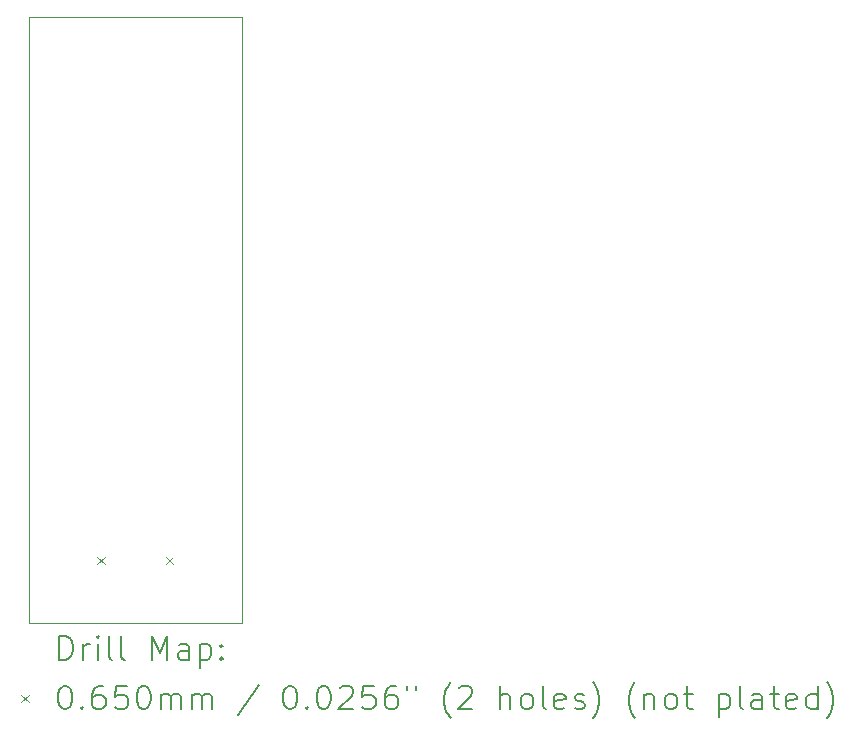
<source format=gbr>
%TF.GenerationSoftware,KiCad,Pcbnew,8.0.6*%
%TF.CreationDate,2024-11-16T14:28:41-06:00*%
%TF.ProjectId,ATesp32,41546573-7033-4322-9e6b-696361645f70,rev?*%
%TF.SameCoordinates,PX47868c0PY608f3d0*%
%TF.FileFunction,Drillmap*%
%TF.FilePolarity,Positive*%
%FSLAX45Y45*%
G04 Gerber Fmt 4.5, Leading zero omitted, Abs format (unit mm)*
G04 Created by KiCad (PCBNEW 8.0.6) date 2024-11-16 14:28:41*
%MOMM*%
%LPD*%
G01*
G04 APERTURE LIST*
%ADD10C,0.050000*%
%ADD11C,0.200000*%
%ADD12C,0.100000*%
G04 APERTURE END LIST*
D10*
X0Y5125000D02*
X1800000Y5125000D01*
X1800000Y0D01*
X0Y0D01*
X0Y5125000D01*
D11*
D12*
X578500Y557500D02*
X643500Y492500D01*
X643500Y557500D02*
X578500Y492500D01*
X1156500Y557500D02*
X1221500Y492500D01*
X1221500Y557500D02*
X1156500Y492500D01*
D11*
X258277Y-313984D02*
X258277Y-113984D01*
X258277Y-113984D02*
X305896Y-113984D01*
X305896Y-113984D02*
X334467Y-123508D01*
X334467Y-123508D02*
X353515Y-142555D01*
X353515Y-142555D02*
X363039Y-161603D01*
X363039Y-161603D02*
X372562Y-199698D01*
X372562Y-199698D02*
X372562Y-228269D01*
X372562Y-228269D02*
X363039Y-266365D01*
X363039Y-266365D02*
X353515Y-285412D01*
X353515Y-285412D02*
X334467Y-304460D01*
X334467Y-304460D02*
X305896Y-313984D01*
X305896Y-313984D02*
X258277Y-313984D01*
X458277Y-313984D02*
X458277Y-180650D01*
X458277Y-218746D02*
X467801Y-199698D01*
X467801Y-199698D02*
X477324Y-190174D01*
X477324Y-190174D02*
X496372Y-180650D01*
X496372Y-180650D02*
X515420Y-180650D01*
X582086Y-313984D02*
X582086Y-180650D01*
X582086Y-113984D02*
X572563Y-123508D01*
X572563Y-123508D02*
X582086Y-133031D01*
X582086Y-133031D02*
X591610Y-123508D01*
X591610Y-123508D02*
X582086Y-113984D01*
X582086Y-113984D02*
X582086Y-133031D01*
X705896Y-313984D02*
X686848Y-304460D01*
X686848Y-304460D02*
X677324Y-285412D01*
X677324Y-285412D02*
X677324Y-113984D01*
X810658Y-313984D02*
X791610Y-304460D01*
X791610Y-304460D02*
X782086Y-285412D01*
X782086Y-285412D02*
X782086Y-113984D01*
X1039229Y-313984D02*
X1039229Y-113984D01*
X1039229Y-113984D02*
X1105896Y-256841D01*
X1105896Y-256841D02*
X1172563Y-113984D01*
X1172563Y-113984D02*
X1172563Y-313984D01*
X1353515Y-313984D02*
X1353515Y-209222D01*
X1353515Y-209222D02*
X1343991Y-190174D01*
X1343991Y-190174D02*
X1324944Y-180650D01*
X1324944Y-180650D02*
X1286848Y-180650D01*
X1286848Y-180650D02*
X1267801Y-190174D01*
X1353515Y-304460D02*
X1334467Y-313984D01*
X1334467Y-313984D02*
X1286848Y-313984D01*
X1286848Y-313984D02*
X1267801Y-304460D01*
X1267801Y-304460D02*
X1258277Y-285412D01*
X1258277Y-285412D02*
X1258277Y-266365D01*
X1258277Y-266365D02*
X1267801Y-247317D01*
X1267801Y-247317D02*
X1286848Y-237793D01*
X1286848Y-237793D02*
X1334467Y-237793D01*
X1334467Y-237793D02*
X1353515Y-228269D01*
X1448753Y-180650D02*
X1448753Y-380650D01*
X1448753Y-190174D02*
X1467801Y-180650D01*
X1467801Y-180650D02*
X1505896Y-180650D01*
X1505896Y-180650D02*
X1524943Y-190174D01*
X1524943Y-190174D02*
X1534467Y-199698D01*
X1534467Y-199698D02*
X1543991Y-218746D01*
X1543991Y-218746D02*
X1543991Y-275889D01*
X1543991Y-275889D02*
X1534467Y-294936D01*
X1534467Y-294936D02*
X1524943Y-304460D01*
X1524943Y-304460D02*
X1505896Y-313984D01*
X1505896Y-313984D02*
X1467801Y-313984D01*
X1467801Y-313984D02*
X1448753Y-304460D01*
X1629705Y-294936D02*
X1639229Y-304460D01*
X1639229Y-304460D02*
X1629705Y-313984D01*
X1629705Y-313984D02*
X1620182Y-304460D01*
X1620182Y-304460D02*
X1629705Y-294936D01*
X1629705Y-294936D02*
X1629705Y-313984D01*
X1629705Y-190174D02*
X1639229Y-199698D01*
X1639229Y-199698D02*
X1629705Y-209222D01*
X1629705Y-209222D02*
X1620182Y-199698D01*
X1620182Y-199698D02*
X1629705Y-190174D01*
X1629705Y-190174D02*
X1629705Y-209222D01*
D12*
X-67500Y-610000D02*
X-2500Y-675000D01*
X-2500Y-610000D02*
X-67500Y-675000D01*
D11*
X296372Y-533984D02*
X315420Y-533984D01*
X315420Y-533984D02*
X334467Y-543508D01*
X334467Y-543508D02*
X343991Y-553031D01*
X343991Y-553031D02*
X353515Y-572079D01*
X353515Y-572079D02*
X363039Y-610174D01*
X363039Y-610174D02*
X363039Y-657793D01*
X363039Y-657793D02*
X353515Y-695889D01*
X353515Y-695889D02*
X343991Y-714936D01*
X343991Y-714936D02*
X334467Y-724460D01*
X334467Y-724460D02*
X315420Y-733984D01*
X315420Y-733984D02*
X296372Y-733984D01*
X296372Y-733984D02*
X277324Y-724460D01*
X277324Y-724460D02*
X267801Y-714936D01*
X267801Y-714936D02*
X258277Y-695889D01*
X258277Y-695889D02*
X248753Y-657793D01*
X248753Y-657793D02*
X248753Y-610174D01*
X248753Y-610174D02*
X258277Y-572079D01*
X258277Y-572079D02*
X267801Y-553031D01*
X267801Y-553031D02*
X277324Y-543508D01*
X277324Y-543508D02*
X296372Y-533984D01*
X448753Y-714936D02*
X458277Y-724460D01*
X458277Y-724460D02*
X448753Y-733984D01*
X448753Y-733984D02*
X439229Y-724460D01*
X439229Y-724460D02*
X448753Y-714936D01*
X448753Y-714936D02*
X448753Y-733984D01*
X629705Y-533984D02*
X591610Y-533984D01*
X591610Y-533984D02*
X572563Y-543508D01*
X572563Y-543508D02*
X563039Y-553031D01*
X563039Y-553031D02*
X543991Y-581603D01*
X543991Y-581603D02*
X534467Y-619698D01*
X534467Y-619698D02*
X534467Y-695889D01*
X534467Y-695889D02*
X543991Y-714936D01*
X543991Y-714936D02*
X553515Y-724460D01*
X553515Y-724460D02*
X572563Y-733984D01*
X572563Y-733984D02*
X610658Y-733984D01*
X610658Y-733984D02*
X629705Y-724460D01*
X629705Y-724460D02*
X639229Y-714936D01*
X639229Y-714936D02*
X648753Y-695889D01*
X648753Y-695889D02*
X648753Y-648270D01*
X648753Y-648270D02*
X639229Y-629222D01*
X639229Y-629222D02*
X629705Y-619698D01*
X629705Y-619698D02*
X610658Y-610174D01*
X610658Y-610174D02*
X572563Y-610174D01*
X572563Y-610174D02*
X553515Y-619698D01*
X553515Y-619698D02*
X543991Y-629222D01*
X543991Y-629222D02*
X534467Y-648270D01*
X829705Y-533984D02*
X734467Y-533984D01*
X734467Y-533984D02*
X724943Y-629222D01*
X724943Y-629222D02*
X734467Y-619698D01*
X734467Y-619698D02*
X753515Y-610174D01*
X753515Y-610174D02*
X801134Y-610174D01*
X801134Y-610174D02*
X820182Y-619698D01*
X820182Y-619698D02*
X829705Y-629222D01*
X829705Y-629222D02*
X839229Y-648270D01*
X839229Y-648270D02*
X839229Y-695889D01*
X839229Y-695889D02*
X829705Y-714936D01*
X829705Y-714936D02*
X820182Y-724460D01*
X820182Y-724460D02*
X801134Y-733984D01*
X801134Y-733984D02*
X753515Y-733984D01*
X753515Y-733984D02*
X734467Y-724460D01*
X734467Y-724460D02*
X724943Y-714936D01*
X963039Y-533984D02*
X982086Y-533984D01*
X982086Y-533984D02*
X1001134Y-543508D01*
X1001134Y-543508D02*
X1010658Y-553031D01*
X1010658Y-553031D02*
X1020182Y-572079D01*
X1020182Y-572079D02*
X1029705Y-610174D01*
X1029705Y-610174D02*
X1029705Y-657793D01*
X1029705Y-657793D02*
X1020182Y-695889D01*
X1020182Y-695889D02*
X1010658Y-714936D01*
X1010658Y-714936D02*
X1001134Y-724460D01*
X1001134Y-724460D02*
X982086Y-733984D01*
X982086Y-733984D02*
X963039Y-733984D01*
X963039Y-733984D02*
X943991Y-724460D01*
X943991Y-724460D02*
X934467Y-714936D01*
X934467Y-714936D02*
X924943Y-695889D01*
X924943Y-695889D02*
X915420Y-657793D01*
X915420Y-657793D02*
X915420Y-610174D01*
X915420Y-610174D02*
X924943Y-572079D01*
X924943Y-572079D02*
X934467Y-553031D01*
X934467Y-553031D02*
X943991Y-543508D01*
X943991Y-543508D02*
X963039Y-533984D01*
X1115420Y-733984D02*
X1115420Y-600650D01*
X1115420Y-619698D02*
X1124944Y-610174D01*
X1124944Y-610174D02*
X1143991Y-600650D01*
X1143991Y-600650D02*
X1172563Y-600650D01*
X1172563Y-600650D02*
X1191610Y-610174D01*
X1191610Y-610174D02*
X1201134Y-629222D01*
X1201134Y-629222D02*
X1201134Y-733984D01*
X1201134Y-629222D02*
X1210658Y-610174D01*
X1210658Y-610174D02*
X1229705Y-600650D01*
X1229705Y-600650D02*
X1258277Y-600650D01*
X1258277Y-600650D02*
X1277325Y-610174D01*
X1277325Y-610174D02*
X1286848Y-629222D01*
X1286848Y-629222D02*
X1286848Y-733984D01*
X1382086Y-733984D02*
X1382086Y-600650D01*
X1382086Y-619698D02*
X1391610Y-610174D01*
X1391610Y-610174D02*
X1410658Y-600650D01*
X1410658Y-600650D02*
X1439229Y-600650D01*
X1439229Y-600650D02*
X1458277Y-610174D01*
X1458277Y-610174D02*
X1467801Y-629222D01*
X1467801Y-629222D02*
X1467801Y-733984D01*
X1467801Y-629222D02*
X1477324Y-610174D01*
X1477324Y-610174D02*
X1496372Y-600650D01*
X1496372Y-600650D02*
X1524943Y-600650D01*
X1524943Y-600650D02*
X1543991Y-610174D01*
X1543991Y-610174D02*
X1553515Y-629222D01*
X1553515Y-629222D02*
X1553515Y-733984D01*
X1943991Y-524460D02*
X1772563Y-781603D01*
X2201134Y-533984D02*
X2220182Y-533984D01*
X2220182Y-533984D02*
X2239229Y-543508D01*
X2239229Y-543508D02*
X2248753Y-553031D01*
X2248753Y-553031D02*
X2258277Y-572079D01*
X2258277Y-572079D02*
X2267801Y-610174D01*
X2267801Y-610174D02*
X2267801Y-657793D01*
X2267801Y-657793D02*
X2258277Y-695889D01*
X2258277Y-695889D02*
X2248753Y-714936D01*
X2248753Y-714936D02*
X2239229Y-724460D01*
X2239229Y-724460D02*
X2220182Y-733984D01*
X2220182Y-733984D02*
X2201134Y-733984D01*
X2201134Y-733984D02*
X2182087Y-724460D01*
X2182087Y-724460D02*
X2172563Y-714936D01*
X2172563Y-714936D02*
X2163039Y-695889D01*
X2163039Y-695889D02*
X2153515Y-657793D01*
X2153515Y-657793D02*
X2153515Y-610174D01*
X2153515Y-610174D02*
X2163039Y-572079D01*
X2163039Y-572079D02*
X2172563Y-553031D01*
X2172563Y-553031D02*
X2182087Y-543508D01*
X2182087Y-543508D02*
X2201134Y-533984D01*
X2353515Y-714936D02*
X2363039Y-724460D01*
X2363039Y-724460D02*
X2353515Y-733984D01*
X2353515Y-733984D02*
X2343991Y-724460D01*
X2343991Y-724460D02*
X2353515Y-714936D01*
X2353515Y-714936D02*
X2353515Y-733984D01*
X2486848Y-533984D02*
X2505896Y-533984D01*
X2505896Y-533984D02*
X2524944Y-543508D01*
X2524944Y-543508D02*
X2534468Y-553031D01*
X2534468Y-553031D02*
X2543991Y-572079D01*
X2543991Y-572079D02*
X2553515Y-610174D01*
X2553515Y-610174D02*
X2553515Y-657793D01*
X2553515Y-657793D02*
X2543991Y-695889D01*
X2543991Y-695889D02*
X2534468Y-714936D01*
X2534468Y-714936D02*
X2524944Y-724460D01*
X2524944Y-724460D02*
X2505896Y-733984D01*
X2505896Y-733984D02*
X2486848Y-733984D01*
X2486848Y-733984D02*
X2467801Y-724460D01*
X2467801Y-724460D02*
X2458277Y-714936D01*
X2458277Y-714936D02*
X2448753Y-695889D01*
X2448753Y-695889D02*
X2439229Y-657793D01*
X2439229Y-657793D02*
X2439229Y-610174D01*
X2439229Y-610174D02*
X2448753Y-572079D01*
X2448753Y-572079D02*
X2458277Y-553031D01*
X2458277Y-553031D02*
X2467801Y-543508D01*
X2467801Y-543508D02*
X2486848Y-533984D01*
X2629706Y-553031D02*
X2639229Y-543508D01*
X2639229Y-543508D02*
X2658277Y-533984D01*
X2658277Y-533984D02*
X2705896Y-533984D01*
X2705896Y-533984D02*
X2724944Y-543508D01*
X2724944Y-543508D02*
X2734468Y-553031D01*
X2734468Y-553031D02*
X2743991Y-572079D01*
X2743991Y-572079D02*
X2743991Y-591127D01*
X2743991Y-591127D02*
X2734468Y-619698D01*
X2734468Y-619698D02*
X2620182Y-733984D01*
X2620182Y-733984D02*
X2743991Y-733984D01*
X2924944Y-533984D02*
X2829706Y-533984D01*
X2829706Y-533984D02*
X2820182Y-629222D01*
X2820182Y-629222D02*
X2829706Y-619698D01*
X2829706Y-619698D02*
X2848753Y-610174D01*
X2848753Y-610174D02*
X2896372Y-610174D01*
X2896372Y-610174D02*
X2915420Y-619698D01*
X2915420Y-619698D02*
X2924944Y-629222D01*
X2924944Y-629222D02*
X2934467Y-648270D01*
X2934467Y-648270D02*
X2934467Y-695889D01*
X2934467Y-695889D02*
X2924944Y-714936D01*
X2924944Y-714936D02*
X2915420Y-724460D01*
X2915420Y-724460D02*
X2896372Y-733984D01*
X2896372Y-733984D02*
X2848753Y-733984D01*
X2848753Y-733984D02*
X2829706Y-724460D01*
X2829706Y-724460D02*
X2820182Y-714936D01*
X3105896Y-533984D02*
X3067801Y-533984D01*
X3067801Y-533984D02*
X3048753Y-543508D01*
X3048753Y-543508D02*
X3039229Y-553031D01*
X3039229Y-553031D02*
X3020182Y-581603D01*
X3020182Y-581603D02*
X3010658Y-619698D01*
X3010658Y-619698D02*
X3010658Y-695889D01*
X3010658Y-695889D02*
X3020182Y-714936D01*
X3020182Y-714936D02*
X3029706Y-724460D01*
X3029706Y-724460D02*
X3048753Y-733984D01*
X3048753Y-733984D02*
X3086848Y-733984D01*
X3086848Y-733984D02*
X3105896Y-724460D01*
X3105896Y-724460D02*
X3115420Y-714936D01*
X3115420Y-714936D02*
X3124944Y-695889D01*
X3124944Y-695889D02*
X3124944Y-648270D01*
X3124944Y-648270D02*
X3115420Y-629222D01*
X3115420Y-629222D02*
X3105896Y-619698D01*
X3105896Y-619698D02*
X3086848Y-610174D01*
X3086848Y-610174D02*
X3048753Y-610174D01*
X3048753Y-610174D02*
X3029706Y-619698D01*
X3029706Y-619698D02*
X3020182Y-629222D01*
X3020182Y-629222D02*
X3010658Y-648270D01*
X3201134Y-533984D02*
X3201134Y-572079D01*
X3277325Y-533984D02*
X3277325Y-572079D01*
X3572563Y-810174D02*
X3563039Y-800650D01*
X3563039Y-800650D02*
X3543991Y-772079D01*
X3543991Y-772079D02*
X3534468Y-753031D01*
X3534468Y-753031D02*
X3524944Y-724460D01*
X3524944Y-724460D02*
X3515420Y-676841D01*
X3515420Y-676841D02*
X3515420Y-638746D01*
X3515420Y-638746D02*
X3524944Y-591127D01*
X3524944Y-591127D02*
X3534468Y-562555D01*
X3534468Y-562555D02*
X3543991Y-543508D01*
X3543991Y-543508D02*
X3563039Y-514936D01*
X3563039Y-514936D02*
X3572563Y-505412D01*
X3639229Y-553031D02*
X3648753Y-543508D01*
X3648753Y-543508D02*
X3667801Y-533984D01*
X3667801Y-533984D02*
X3715420Y-533984D01*
X3715420Y-533984D02*
X3734468Y-543508D01*
X3734468Y-543508D02*
X3743991Y-553031D01*
X3743991Y-553031D02*
X3753515Y-572079D01*
X3753515Y-572079D02*
X3753515Y-591127D01*
X3753515Y-591127D02*
X3743991Y-619698D01*
X3743991Y-619698D02*
X3629706Y-733984D01*
X3629706Y-733984D02*
X3753515Y-733984D01*
X3991610Y-733984D02*
X3991610Y-533984D01*
X4077325Y-733984D02*
X4077325Y-629222D01*
X4077325Y-629222D02*
X4067801Y-610174D01*
X4067801Y-610174D02*
X4048753Y-600650D01*
X4048753Y-600650D02*
X4020182Y-600650D01*
X4020182Y-600650D02*
X4001134Y-610174D01*
X4001134Y-610174D02*
X3991610Y-619698D01*
X4201134Y-733984D02*
X4182087Y-724460D01*
X4182087Y-724460D02*
X4172563Y-714936D01*
X4172563Y-714936D02*
X4163039Y-695889D01*
X4163039Y-695889D02*
X4163039Y-638746D01*
X4163039Y-638746D02*
X4172563Y-619698D01*
X4172563Y-619698D02*
X4182087Y-610174D01*
X4182087Y-610174D02*
X4201134Y-600650D01*
X4201134Y-600650D02*
X4229706Y-600650D01*
X4229706Y-600650D02*
X4248753Y-610174D01*
X4248753Y-610174D02*
X4258277Y-619698D01*
X4258277Y-619698D02*
X4267801Y-638746D01*
X4267801Y-638746D02*
X4267801Y-695889D01*
X4267801Y-695889D02*
X4258277Y-714936D01*
X4258277Y-714936D02*
X4248753Y-724460D01*
X4248753Y-724460D02*
X4229706Y-733984D01*
X4229706Y-733984D02*
X4201134Y-733984D01*
X4382087Y-733984D02*
X4363039Y-724460D01*
X4363039Y-724460D02*
X4353515Y-705412D01*
X4353515Y-705412D02*
X4353515Y-533984D01*
X4534468Y-724460D02*
X4515420Y-733984D01*
X4515420Y-733984D02*
X4477325Y-733984D01*
X4477325Y-733984D02*
X4458277Y-724460D01*
X4458277Y-724460D02*
X4448753Y-705412D01*
X4448753Y-705412D02*
X4448753Y-629222D01*
X4448753Y-629222D02*
X4458277Y-610174D01*
X4458277Y-610174D02*
X4477325Y-600650D01*
X4477325Y-600650D02*
X4515420Y-600650D01*
X4515420Y-600650D02*
X4534468Y-610174D01*
X4534468Y-610174D02*
X4543992Y-629222D01*
X4543992Y-629222D02*
X4543992Y-648270D01*
X4543992Y-648270D02*
X4448753Y-667317D01*
X4620182Y-724460D02*
X4639230Y-733984D01*
X4639230Y-733984D02*
X4677325Y-733984D01*
X4677325Y-733984D02*
X4696373Y-724460D01*
X4696373Y-724460D02*
X4705896Y-705412D01*
X4705896Y-705412D02*
X4705896Y-695889D01*
X4705896Y-695889D02*
X4696373Y-676841D01*
X4696373Y-676841D02*
X4677325Y-667317D01*
X4677325Y-667317D02*
X4648753Y-667317D01*
X4648753Y-667317D02*
X4629706Y-657793D01*
X4629706Y-657793D02*
X4620182Y-638746D01*
X4620182Y-638746D02*
X4620182Y-629222D01*
X4620182Y-629222D02*
X4629706Y-610174D01*
X4629706Y-610174D02*
X4648753Y-600650D01*
X4648753Y-600650D02*
X4677325Y-600650D01*
X4677325Y-600650D02*
X4696373Y-610174D01*
X4772563Y-810174D02*
X4782087Y-800650D01*
X4782087Y-800650D02*
X4801134Y-772079D01*
X4801134Y-772079D02*
X4810658Y-753031D01*
X4810658Y-753031D02*
X4820182Y-724460D01*
X4820182Y-724460D02*
X4829706Y-676841D01*
X4829706Y-676841D02*
X4829706Y-638746D01*
X4829706Y-638746D02*
X4820182Y-591127D01*
X4820182Y-591127D02*
X4810658Y-562555D01*
X4810658Y-562555D02*
X4801134Y-543508D01*
X4801134Y-543508D02*
X4782087Y-514936D01*
X4782087Y-514936D02*
X4772563Y-505412D01*
X5134468Y-810174D02*
X5124944Y-800650D01*
X5124944Y-800650D02*
X5105896Y-772079D01*
X5105896Y-772079D02*
X5096373Y-753031D01*
X5096373Y-753031D02*
X5086849Y-724460D01*
X5086849Y-724460D02*
X5077325Y-676841D01*
X5077325Y-676841D02*
X5077325Y-638746D01*
X5077325Y-638746D02*
X5086849Y-591127D01*
X5086849Y-591127D02*
X5096373Y-562555D01*
X5096373Y-562555D02*
X5105896Y-543508D01*
X5105896Y-543508D02*
X5124944Y-514936D01*
X5124944Y-514936D02*
X5134468Y-505412D01*
X5210658Y-600650D02*
X5210658Y-733984D01*
X5210658Y-619698D02*
X5220182Y-610174D01*
X5220182Y-610174D02*
X5239230Y-600650D01*
X5239230Y-600650D02*
X5267801Y-600650D01*
X5267801Y-600650D02*
X5286849Y-610174D01*
X5286849Y-610174D02*
X5296373Y-629222D01*
X5296373Y-629222D02*
X5296373Y-733984D01*
X5420182Y-733984D02*
X5401134Y-724460D01*
X5401134Y-724460D02*
X5391611Y-714936D01*
X5391611Y-714936D02*
X5382087Y-695889D01*
X5382087Y-695889D02*
X5382087Y-638746D01*
X5382087Y-638746D02*
X5391611Y-619698D01*
X5391611Y-619698D02*
X5401134Y-610174D01*
X5401134Y-610174D02*
X5420182Y-600650D01*
X5420182Y-600650D02*
X5448754Y-600650D01*
X5448754Y-600650D02*
X5467801Y-610174D01*
X5467801Y-610174D02*
X5477325Y-619698D01*
X5477325Y-619698D02*
X5486849Y-638746D01*
X5486849Y-638746D02*
X5486849Y-695889D01*
X5486849Y-695889D02*
X5477325Y-714936D01*
X5477325Y-714936D02*
X5467801Y-724460D01*
X5467801Y-724460D02*
X5448754Y-733984D01*
X5448754Y-733984D02*
X5420182Y-733984D01*
X5543992Y-600650D02*
X5620182Y-600650D01*
X5572563Y-533984D02*
X5572563Y-705412D01*
X5572563Y-705412D02*
X5582087Y-724460D01*
X5582087Y-724460D02*
X5601134Y-733984D01*
X5601134Y-733984D02*
X5620182Y-733984D01*
X5839230Y-600650D02*
X5839230Y-800650D01*
X5839230Y-610174D02*
X5858277Y-600650D01*
X5858277Y-600650D02*
X5896373Y-600650D01*
X5896373Y-600650D02*
X5915420Y-610174D01*
X5915420Y-610174D02*
X5924944Y-619698D01*
X5924944Y-619698D02*
X5934468Y-638746D01*
X5934468Y-638746D02*
X5934468Y-695889D01*
X5934468Y-695889D02*
X5924944Y-714936D01*
X5924944Y-714936D02*
X5915420Y-724460D01*
X5915420Y-724460D02*
X5896373Y-733984D01*
X5896373Y-733984D02*
X5858277Y-733984D01*
X5858277Y-733984D02*
X5839230Y-724460D01*
X6048753Y-733984D02*
X6029706Y-724460D01*
X6029706Y-724460D02*
X6020182Y-705412D01*
X6020182Y-705412D02*
X6020182Y-533984D01*
X6210658Y-733984D02*
X6210658Y-629222D01*
X6210658Y-629222D02*
X6201134Y-610174D01*
X6201134Y-610174D02*
X6182087Y-600650D01*
X6182087Y-600650D02*
X6143992Y-600650D01*
X6143992Y-600650D02*
X6124944Y-610174D01*
X6210658Y-724460D02*
X6191611Y-733984D01*
X6191611Y-733984D02*
X6143992Y-733984D01*
X6143992Y-733984D02*
X6124944Y-724460D01*
X6124944Y-724460D02*
X6115420Y-705412D01*
X6115420Y-705412D02*
X6115420Y-686365D01*
X6115420Y-686365D02*
X6124944Y-667317D01*
X6124944Y-667317D02*
X6143992Y-657793D01*
X6143992Y-657793D02*
X6191611Y-657793D01*
X6191611Y-657793D02*
X6210658Y-648270D01*
X6277325Y-600650D02*
X6353515Y-600650D01*
X6305896Y-533984D02*
X6305896Y-705412D01*
X6305896Y-705412D02*
X6315420Y-724460D01*
X6315420Y-724460D02*
X6334468Y-733984D01*
X6334468Y-733984D02*
X6353515Y-733984D01*
X6496373Y-724460D02*
X6477325Y-733984D01*
X6477325Y-733984D02*
X6439230Y-733984D01*
X6439230Y-733984D02*
X6420182Y-724460D01*
X6420182Y-724460D02*
X6410658Y-705412D01*
X6410658Y-705412D02*
X6410658Y-629222D01*
X6410658Y-629222D02*
X6420182Y-610174D01*
X6420182Y-610174D02*
X6439230Y-600650D01*
X6439230Y-600650D02*
X6477325Y-600650D01*
X6477325Y-600650D02*
X6496373Y-610174D01*
X6496373Y-610174D02*
X6505896Y-629222D01*
X6505896Y-629222D02*
X6505896Y-648270D01*
X6505896Y-648270D02*
X6410658Y-667317D01*
X6677325Y-733984D02*
X6677325Y-533984D01*
X6677325Y-724460D02*
X6658277Y-733984D01*
X6658277Y-733984D02*
X6620182Y-733984D01*
X6620182Y-733984D02*
X6601134Y-724460D01*
X6601134Y-724460D02*
X6591611Y-714936D01*
X6591611Y-714936D02*
X6582087Y-695889D01*
X6582087Y-695889D02*
X6582087Y-638746D01*
X6582087Y-638746D02*
X6591611Y-619698D01*
X6591611Y-619698D02*
X6601134Y-610174D01*
X6601134Y-610174D02*
X6620182Y-600650D01*
X6620182Y-600650D02*
X6658277Y-600650D01*
X6658277Y-600650D02*
X6677325Y-610174D01*
X6753515Y-810174D02*
X6763039Y-800650D01*
X6763039Y-800650D02*
X6782087Y-772079D01*
X6782087Y-772079D02*
X6791611Y-753031D01*
X6791611Y-753031D02*
X6801134Y-724460D01*
X6801134Y-724460D02*
X6810658Y-676841D01*
X6810658Y-676841D02*
X6810658Y-638746D01*
X6810658Y-638746D02*
X6801134Y-591127D01*
X6801134Y-591127D02*
X6791611Y-562555D01*
X6791611Y-562555D02*
X6782087Y-543508D01*
X6782087Y-543508D02*
X6763039Y-514936D01*
X6763039Y-514936D02*
X6753515Y-505412D01*
M02*

</source>
